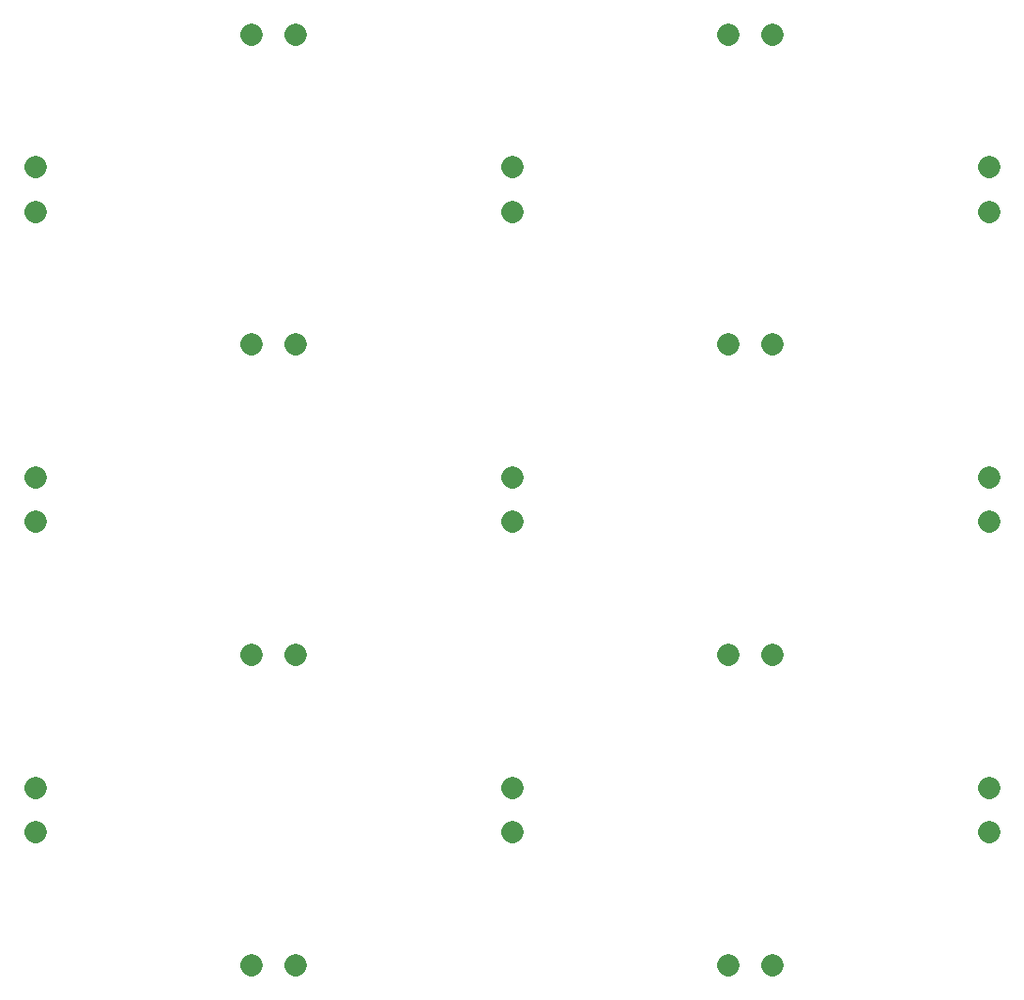
<source format=gbr>
%TF.GenerationSoftware,KiCad,Pcbnew,5.1.5+dfsg1-2build2*%
%TF.CreationDate,2021-11-04T16:47:03+02:00*%
%TF.ProjectId,LED_Wled,4c45445f-576c-4656-942e-6b696361645f,rev?*%
%TF.SameCoordinates,Original*%
%TF.FileFunction,Other,ECO1*%
%FSLAX46Y46*%
G04 Gerber Fmt 4.6, Leading zero omitted, Abs format (unit mm)*
G04 Created by KiCad (PCBNEW 5.1.5+dfsg1-2build2) date 2021-11-04 16:47:03*
%MOMM*%
%LPD*%
G04 APERTURE LIST*
%ADD10C,2.000000*%
G04 APERTURE END LIST*
D10*
%TO.C,mouse-bite-2mm-slot*%
X90500000Y-148000000D02*
X90500000Y-148000000D01*
X86500000Y-148000000D02*
X86500000Y-148000000D01*
X133500000Y-148000000D02*
X133500000Y-148000000D01*
X129500000Y-148000000D02*
X129500000Y-148000000D01*
X133500000Y-64000000D02*
X133500000Y-64000000D01*
X129500000Y-64000000D02*
X129500000Y-64000000D01*
X86500000Y-64000000D02*
X86500000Y-64000000D01*
X90500000Y-64000000D02*
X90500000Y-64000000D01*
X67000000Y-76000000D02*
X67000000Y-76000000D01*
X67000000Y-80000000D02*
X67000000Y-80000000D01*
X67000000Y-104000000D02*
X67000000Y-104000000D01*
X67000000Y-108000000D02*
X67000000Y-108000000D01*
X67000000Y-132000000D02*
X67000000Y-132000000D01*
X67000000Y-136000000D02*
X67000000Y-136000000D01*
X153000000Y-132000000D02*
X153000000Y-132000000D01*
X153000000Y-136000000D02*
X153000000Y-136000000D01*
X153000000Y-104000000D02*
X153000000Y-104000000D01*
X153000000Y-108000000D02*
X153000000Y-108000000D01*
X153000000Y-76000000D02*
X153000000Y-76000000D01*
X153000000Y-80000000D02*
X153000000Y-80000000D01*
X110000000Y-132000000D02*
X110000000Y-132000000D01*
X110000000Y-136000000D02*
X110000000Y-136000000D01*
X110000000Y-104000000D02*
X110000000Y-104000000D01*
X110000000Y-108000000D02*
X110000000Y-108000000D01*
X133500000Y-120000000D02*
X133500000Y-120000000D01*
X129500000Y-120000000D02*
X129500000Y-120000000D01*
X90500000Y-120000000D02*
X90500000Y-120000000D01*
X86500000Y-120000000D02*
X86500000Y-120000000D01*
X133500000Y-92000000D02*
X133500000Y-92000000D01*
X129500000Y-92000000D02*
X129500000Y-92000000D01*
X90500000Y-92000000D02*
X90500000Y-92000000D01*
X86500000Y-92000000D02*
X86500000Y-92000000D01*
X110000000Y-76000000D02*
X110000000Y-76000000D01*
X110000000Y-80000000D02*
X110000000Y-80000000D01*
%TD*%
M02*

</source>
